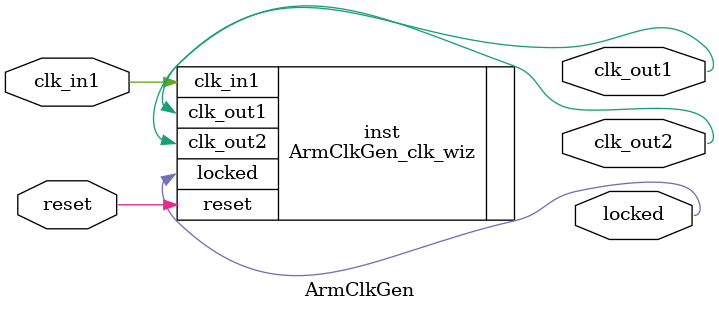
<source format=v>


`timescale 1ps/1ps

(* CORE_GENERATION_INFO = "ArmClkGen,clk_wiz_v5_4_2_0,{component_name=ArmClkGen,use_phase_alignment=true,use_min_o_jitter=false,use_max_i_jitter=false,use_dyn_phase_shift=false,use_inclk_switchover=false,use_dyn_reconfig=false,enable_axi=0,feedback_source=FDBK_AUTO,PRIMITIVE=MMCM,num_out_clk=2,clkin1_period=10.000,clkin2_period=10.000,use_power_down=false,use_reset=true,use_locked=true,use_inclk_stopped=false,feedback_type=SINGLE,CLOCK_MGR_TYPE=NA,manual_override=false}" *)

module ArmClkGen 
 (
  // Clock out ports
  output        clk_out1,
  output        clk_out2,
  // Status and control signals
  input         reset,
  output        locked,
 // Clock in ports
  input         clk_in1
 );

  ArmClkGen_clk_wiz inst
  (
  // Clock out ports  
  .clk_out1(clk_out1),
  .clk_out2(clk_out2),
  // Status and control signals               
  .reset(reset), 
  .locked(locked),
 // Clock in ports
  .clk_in1(clk_in1)
  );

endmodule

</source>
